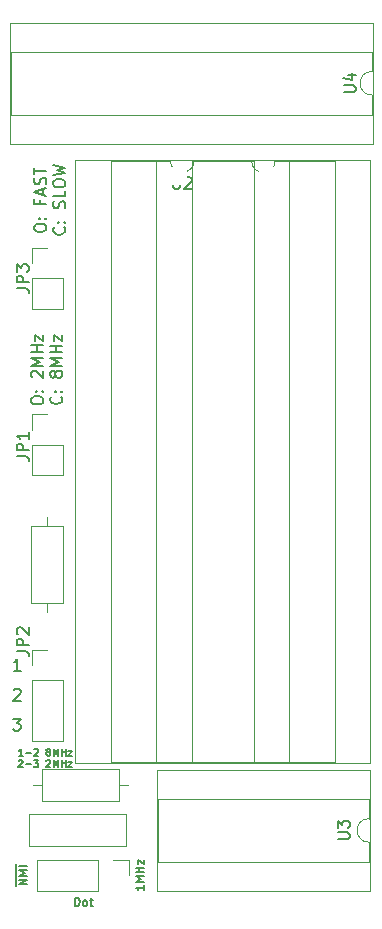
<source format=gto>
G04 #@! TF.GenerationSoftware,KiCad,Pcbnew,(6.0.11)*
G04 #@! TF.CreationDate,2024-06-07T20:39:17+02:00*
G04 #@! TF.ProjectId,z80-dot-gal,7a38302d-646f-4742-9d67-616c2e6b6963,rev?*
G04 #@! TF.SameCoordinates,Original*
G04 #@! TF.FileFunction,Legend,Top*
G04 #@! TF.FilePolarity,Positive*
%FSLAX46Y46*%
G04 Gerber Fmt 4.6, Leading zero omitted, Abs format (unit mm)*
G04 Created by KiCad (PCBNEW (6.0.11)) date 2024-06-07 20:39:17*
%MOMM*%
%LPD*%
G01*
G04 APERTURE LIST*
%ADD10C,0.150000*%
%ADD11C,0.120000*%
%ADD12C,1.600000*%
%ADD13R,1.700000X1.700000*%
%ADD14O,1.700000X1.700000*%
%ADD15R,1.600000X1.600000*%
%ADD16O,1.600000X1.600000*%
%ADD17R,2.400000X1.600000*%
%ADD18O,2.400000X1.600000*%
G04 APERTURE END LIST*
D10*
X115741380Y-78882571D02*
X115741380Y-78692095D01*
X115789000Y-78596857D01*
X115884238Y-78501619D01*
X116074714Y-78454000D01*
X116408047Y-78454000D01*
X116598523Y-78501619D01*
X116693761Y-78596857D01*
X116741380Y-78692095D01*
X116741380Y-78882571D01*
X116693761Y-78977809D01*
X116598523Y-79073047D01*
X116408047Y-79120666D01*
X116074714Y-79120666D01*
X115884238Y-79073047D01*
X115789000Y-78977809D01*
X115741380Y-78882571D01*
X116646142Y-78025428D02*
X116693761Y-77977809D01*
X116741380Y-78025428D01*
X116693761Y-78073047D01*
X116646142Y-78025428D01*
X116741380Y-78025428D01*
X116122333Y-78025428D02*
X116169952Y-77977809D01*
X116217571Y-78025428D01*
X116169952Y-78073047D01*
X116122333Y-78025428D01*
X116217571Y-78025428D01*
X116217571Y-76454000D02*
X116217571Y-76787333D01*
X116741380Y-76787333D02*
X115741380Y-76787333D01*
X115741380Y-76311142D01*
X116455666Y-75977809D02*
X116455666Y-75501619D01*
X116741380Y-76073047D02*
X115741380Y-75739714D01*
X116741380Y-75406380D01*
X116693761Y-75120666D02*
X116741380Y-74977809D01*
X116741380Y-74739714D01*
X116693761Y-74644476D01*
X116646142Y-74596857D01*
X116550904Y-74549238D01*
X116455666Y-74549238D01*
X116360428Y-74596857D01*
X116312809Y-74644476D01*
X116265190Y-74739714D01*
X116217571Y-74930190D01*
X116169952Y-75025428D01*
X116122333Y-75073047D01*
X116027095Y-75120666D01*
X115931857Y-75120666D01*
X115836619Y-75073047D01*
X115789000Y-75025428D01*
X115741380Y-74930190D01*
X115741380Y-74692095D01*
X115789000Y-74549238D01*
X115741380Y-74263523D02*
X115741380Y-73692095D01*
X116741380Y-73977809D02*
X115741380Y-73977809D01*
X118256142Y-78739714D02*
X118303761Y-78787333D01*
X118351380Y-78930190D01*
X118351380Y-79025428D01*
X118303761Y-79168285D01*
X118208523Y-79263523D01*
X118113285Y-79311142D01*
X117922809Y-79358761D01*
X117779952Y-79358761D01*
X117589476Y-79311142D01*
X117494238Y-79263523D01*
X117399000Y-79168285D01*
X117351380Y-79025428D01*
X117351380Y-78930190D01*
X117399000Y-78787333D01*
X117446619Y-78739714D01*
X118256142Y-78311142D02*
X118303761Y-78263523D01*
X118351380Y-78311142D01*
X118303761Y-78358761D01*
X118256142Y-78311142D01*
X118351380Y-78311142D01*
X117732333Y-78311142D02*
X117779952Y-78263523D01*
X117827571Y-78311142D01*
X117779952Y-78358761D01*
X117732333Y-78311142D01*
X117827571Y-78311142D01*
X118303761Y-77120666D02*
X118351380Y-76977809D01*
X118351380Y-76739714D01*
X118303761Y-76644476D01*
X118256142Y-76596857D01*
X118160904Y-76549238D01*
X118065666Y-76549238D01*
X117970428Y-76596857D01*
X117922809Y-76644476D01*
X117875190Y-76739714D01*
X117827571Y-76930190D01*
X117779952Y-77025428D01*
X117732333Y-77073047D01*
X117637095Y-77120666D01*
X117541857Y-77120666D01*
X117446619Y-77073047D01*
X117399000Y-77025428D01*
X117351380Y-76930190D01*
X117351380Y-76692095D01*
X117399000Y-76549238D01*
X118351380Y-75644476D02*
X118351380Y-76120666D01*
X117351380Y-76120666D01*
X117351380Y-75120666D02*
X117351380Y-74930190D01*
X117399000Y-74834952D01*
X117494238Y-74739714D01*
X117684714Y-74692095D01*
X118018047Y-74692095D01*
X118208523Y-74739714D01*
X118303761Y-74834952D01*
X118351380Y-74930190D01*
X118351380Y-75120666D01*
X118303761Y-75215904D01*
X118208523Y-75311142D01*
X118018047Y-75358761D01*
X117684714Y-75358761D01*
X117494238Y-75311142D01*
X117399000Y-75215904D01*
X117351380Y-75120666D01*
X117351380Y-74358761D02*
X118351380Y-74120666D01*
X117637095Y-73930190D01*
X118351380Y-73739714D01*
X117351380Y-73501619D01*
X125015666Y-134454000D02*
X125015666Y-134854000D01*
X125015666Y-134654000D02*
X124315666Y-134654000D01*
X124415666Y-134720666D01*
X124482333Y-134787333D01*
X124515666Y-134854000D01*
X125015666Y-134154000D02*
X124315666Y-134154000D01*
X124815666Y-133920666D01*
X124315666Y-133687333D01*
X125015666Y-133687333D01*
X125015666Y-133354000D02*
X124315666Y-133354000D01*
X124649000Y-133354000D02*
X124649000Y-132954000D01*
X125015666Y-132954000D02*
X124315666Y-132954000D01*
X124549000Y-132687333D02*
X124549000Y-132320666D01*
X125015666Y-132687333D01*
X125015666Y-132320666D01*
X114227000Y-134537333D02*
X114227000Y-133804000D01*
X115124666Y-134370666D02*
X114424666Y-134370666D01*
X115124666Y-133970666D01*
X114424666Y-133970666D01*
X114227000Y-133804000D02*
X114227000Y-133004000D01*
X115124666Y-133637333D02*
X114424666Y-133637333D01*
X114924666Y-133404000D01*
X114424666Y-133170666D01*
X115124666Y-133170666D01*
X114227000Y-133004000D02*
X114227000Y-132670666D01*
X115124666Y-132837333D02*
X114424666Y-132837333D01*
X115487380Y-93495476D02*
X115487380Y-93305000D01*
X115535000Y-93209761D01*
X115630238Y-93114523D01*
X115820714Y-93066904D01*
X116154047Y-93066904D01*
X116344523Y-93114523D01*
X116439761Y-93209761D01*
X116487380Y-93305000D01*
X116487380Y-93495476D01*
X116439761Y-93590714D01*
X116344523Y-93685952D01*
X116154047Y-93733571D01*
X115820714Y-93733571D01*
X115630238Y-93685952D01*
X115535000Y-93590714D01*
X115487380Y-93495476D01*
X116392142Y-92638333D02*
X116439761Y-92590714D01*
X116487380Y-92638333D01*
X116439761Y-92685952D01*
X116392142Y-92638333D01*
X116487380Y-92638333D01*
X115868333Y-92638333D02*
X115915952Y-92590714D01*
X115963571Y-92638333D01*
X115915952Y-92685952D01*
X115868333Y-92638333D01*
X115963571Y-92638333D01*
X115582619Y-91447857D02*
X115535000Y-91400238D01*
X115487380Y-91305000D01*
X115487380Y-91066904D01*
X115535000Y-90971666D01*
X115582619Y-90924047D01*
X115677857Y-90876428D01*
X115773095Y-90876428D01*
X115915952Y-90924047D01*
X116487380Y-91495476D01*
X116487380Y-90876428D01*
X116487380Y-90447857D02*
X115487380Y-90447857D01*
X116201666Y-90114523D01*
X115487380Y-89781190D01*
X116487380Y-89781190D01*
X116487380Y-89305000D02*
X115487380Y-89305000D01*
X115963571Y-89305000D02*
X115963571Y-88733571D01*
X116487380Y-88733571D02*
X115487380Y-88733571D01*
X115820714Y-88352619D02*
X115820714Y-87828809D01*
X116487380Y-88352619D01*
X116487380Y-87828809D01*
X118002142Y-93090714D02*
X118049761Y-93138333D01*
X118097380Y-93281190D01*
X118097380Y-93376428D01*
X118049761Y-93519285D01*
X117954523Y-93614523D01*
X117859285Y-93662142D01*
X117668809Y-93709761D01*
X117525952Y-93709761D01*
X117335476Y-93662142D01*
X117240238Y-93614523D01*
X117145000Y-93519285D01*
X117097380Y-93376428D01*
X117097380Y-93281190D01*
X117145000Y-93138333D01*
X117192619Y-93090714D01*
X118002142Y-92662142D02*
X118049761Y-92614523D01*
X118097380Y-92662142D01*
X118049761Y-92709761D01*
X118002142Y-92662142D01*
X118097380Y-92662142D01*
X117478333Y-92662142D02*
X117525952Y-92614523D01*
X117573571Y-92662142D01*
X117525952Y-92709761D01*
X117478333Y-92662142D01*
X117573571Y-92662142D01*
X117525952Y-91281190D02*
X117478333Y-91376428D01*
X117430714Y-91424047D01*
X117335476Y-91471666D01*
X117287857Y-91471666D01*
X117192619Y-91424047D01*
X117145000Y-91376428D01*
X117097380Y-91281190D01*
X117097380Y-91090714D01*
X117145000Y-90995476D01*
X117192619Y-90947857D01*
X117287857Y-90900238D01*
X117335476Y-90900238D01*
X117430714Y-90947857D01*
X117478333Y-90995476D01*
X117525952Y-91090714D01*
X117525952Y-91281190D01*
X117573571Y-91376428D01*
X117621190Y-91424047D01*
X117716428Y-91471666D01*
X117906904Y-91471666D01*
X118002142Y-91424047D01*
X118049761Y-91376428D01*
X118097380Y-91281190D01*
X118097380Y-91090714D01*
X118049761Y-90995476D01*
X118002142Y-90947857D01*
X117906904Y-90900238D01*
X117716428Y-90900238D01*
X117621190Y-90947857D01*
X117573571Y-90995476D01*
X117525952Y-91090714D01*
X118097380Y-90471666D02*
X117097380Y-90471666D01*
X117811666Y-90138333D01*
X117097380Y-89805000D01*
X118097380Y-89805000D01*
X118097380Y-89328809D02*
X117097380Y-89328809D01*
X117573571Y-89328809D02*
X117573571Y-88757380D01*
X118097380Y-88757380D02*
X117097380Y-88757380D01*
X117430714Y-88376428D02*
X117430714Y-87852619D01*
X118097380Y-88376428D01*
X118097380Y-87852619D01*
X114585714Y-116276380D02*
X114014285Y-116276380D01*
X114300000Y-116276380D02*
X114300000Y-115276380D01*
X114204761Y-115419238D01*
X114109523Y-115514476D01*
X114014285Y-115562095D01*
X114771357Y-123486428D02*
X114428500Y-123486428D01*
X114599928Y-123486428D02*
X114599928Y-122886428D01*
X114542785Y-122972142D01*
X114485642Y-123029285D01*
X114428500Y-123057857D01*
X115028500Y-123257857D02*
X115485642Y-123257857D01*
X115742785Y-122943571D02*
X115771357Y-122915000D01*
X115828500Y-122886428D01*
X115971357Y-122886428D01*
X116028500Y-122915000D01*
X116057071Y-122943571D01*
X116085642Y-123000714D01*
X116085642Y-123057857D01*
X116057071Y-123143571D01*
X115714214Y-123486428D01*
X116085642Y-123486428D01*
X116885642Y-123143571D02*
X116828500Y-123115000D01*
X116799928Y-123086428D01*
X116771357Y-123029285D01*
X116771357Y-123000714D01*
X116799928Y-122943571D01*
X116828500Y-122915000D01*
X116885642Y-122886428D01*
X116999928Y-122886428D01*
X117057071Y-122915000D01*
X117085642Y-122943571D01*
X117114214Y-123000714D01*
X117114214Y-123029285D01*
X117085642Y-123086428D01*
X117057071Y-123115000D01*
X116999928Y-123143571D01*
X116885642Y-123143571D01*
X116828500Y-123172142D01*
X116799928Y-123200714D01*
X116771357Y-123257857D01*
X116771357Y-123372142D01*
X116799928Y-123429285D01*
X116828500Y-123457857D01*
X116885642Y-123486428D01*
X116999928Y-123486428D01*
X117057071Y-123457857D01*
X117085642Y-123429285D01*
X117114214Y-123372142D01*
X117114214Y-123257857D01*
X117085642Y-123200714D01*
X117057071Y-123172142D01*
X116999928Y-123143571D01*
X117371357Y-123486428D02*
X117371357Y-122886428D01*
X117571357Y-123315000D01*
X117771357Y-122886428D01*
X117771357Y-123486428D01*
X118057071Y-123486428D02*
X118057071Y-122886428D01*
X118057071Y-123172142D02*
X118399928Y-123172142D01*
X118399928Y-123486428D02*
X118399928Y-122886428D01*
X118628500Y-123086428D02*
X118942785Y-123086428D01*
X118628500Y-123486428D01*
X118942785Y-123486428D01*
X114428500Y-123909571D02*
X114457071Y-123881000D01*
X114514214Y-123852428D01*
X114657071Y-123852428D01*
X114714214Y-123881000D01*
X114742785Y-123909571D01*
X114771357Y-123966714D01*
X114771357Y-124023857D01*
X114742785Y-124109571D01*
X114399928Y-124452428D01*
X114771357Y-124452428D01*
X115028500Y-124223857D02*
X115485642Y-124223857D01*
X115714214Y-123852428D02*
X116085642Y-123852428D01*
X115885642Y-124081000D01*
X115971357Y-124081000D01*
X116028500Y-124109571D01*
X116057071Y-124138142D01*
X116085642Y-124195285D01*
X116085642Y-124338142D01*
X116057071Y-124395285D01*
X116028500Y-124423857D01*
X115971357Y-124452428D01*
X115799928Y-124452428D01*
X115742785Y-124423857D01*
X115714214Y-124395285D01*
X116771357Y-123909571D02*
X116799928Y-123881000D01*
X116857071Y-123852428D01*
X116999928Y-123852428D01*
X117057071Y-123881000D01*
X117085642Y-123909571D01*
X117114214Y-123966714D01*
X117114214Y-124023857D01*
X117085642Y-124109571D01*
X116742785Y-124452428D01*
X117114214Y-124452428D01*
X117371357Y-124452428D02*
X117371357Y-123852428D01*
X117571357Y-124281000D01*
X117771357Y-123852428D01*
X117771357Y-124452428D01*
X118057071Y-124452428D02*
X118057071Y-123852428D01*
X118057071Y-124138142D02*
X118399928Y-124138142D01*
X118399928Y-124452428D02*
X118399928Y-123852428D01*
X118628500Y-124052428D02*
X118942785Y-124052428D01*
X118628500Y-124452428D01*
X118942785Y-124452428D01*
X119188000Y-136206666D02*
X119188000Y-135506666D01*
X119354666Y-135506666D01*
X119454666Y-135540000D01*
X119521333Y-135606666D01*
X119554666Y-135673333D01*
X119588000Y-135806666D01*
X119588000Y-135906666D01*
X119554666Y-136040000D01*
X119521333Y-136106666D01*
X119454666Y-136173333D01*
X119354666Y-136206666D01*
X119188000Y-136206666D01*
X119988000Y-136206666D02*
X119921333Y-136173333D01*
X119888000Y-136140000D01*
X119854666Y-136073333D01*
X119854666Y-135873333D01*
X119888000Y-135806666D01*
X119921333Y-135773333D01*
X119988000Y-135740000D01*
X120088000Y-135740000D01*
X120154666Y-135773333D01*
X120188000Y-135806666D01*
X120221333Y-135873333D01*
X120221333Y-136073333D01*
X120188000Y-136140000D01*
X120154666Y-136173333D01*
X120088000Y-136206666D01*
X119988000Y-136206666D01*
X120421333Y-135740000D02*
X120688000Y-135740000D01*
X120521333Y-135506666D02*
X120521333Y-136106666D01*
X120554666Y-136173333D01*
X120621333Y-136206666D01*
X120688000Y-136206666D01*
X114014285Y-117911619D02*
X114061904Y-117864000D01*
X114157142Y-117816380D01*
X114395238Y-117816380D01*
X114490476Y-117864000D01*
X114538095Y-117911619D01*
X114585714Y-118006857D01*
X114585714Y-118102095D01*
X114538095Y-118244952D01*
X113966666Y-118816380D01*
X114585714Y-118816380D01*
X113966666Y-120356380D02*
X114585714Y-120356380D01*
X114252380Y-120737333D01*
X114395238Y-120737333D01*
X114490476Y-120784952D01*
X114538095Y-120832571D01*
X114585714Y-120927809D01*
X114585714Y-121165904D01*
X114538095Y-121261142D01*
X114490476Y-121308761D01*
X114395238Y-121356380D01*
X114109523Y-121356380D01*
X114014285Y-121308761D01*
X113966666Y-121261142D01*
X114260380Y-83891333D02*
X114974666Y-83891333D01*
X115117523Y-83938952D01*
X115212761Y-84034190D01*
X115260380Y-84177047D01*
X115260380Y-84272285D01*
X115260380Y-83415142D02*
X114260380Y-83415142D01*
X114260380Y-83034190D01*
X114308000Y-82938952D01*
X114355619Y-82891333D01*
X114450857Y-82843714D01*
X114593714Y-82843714D01*
X114688952Y-82891333D01*
X114736571Y-82938952D01*
X114784190Y-83034190D01*
X114784190Y-83415142D01*
X114260380Y-82510380D02*
X114260380Y-81891333D01*
X114641333Y-82224666D01*
X114641333Y-82081809D01*
X114688952Y-81986571D01*
X114736571Y-81938952D01*
X114831809Y-81891333D01*
X115069904Y-81891333D01*
X115165142Y-81938952D01*
X115212761Y-81986571D01*
X115260380Y-82081809D01*
X115260380Y-82367523D01*
X115212761Y-82462761D01*
X115165142Y-82510380D01*
X114260380Y-98115333D02*
X114974666Y-98115333D01*
X115117523Y-98162952D01*
X115212761Y-98258190D01*
X115260380Y-98401047D01*
X115260380Y-98496285D01*
X115260380Y-97639142D02*
X114260380Y-97639142D01*
X114260380Y-97258190D01*
X114308000Y-97162952D01*
X114355619Y-97115333D01*
X114450857Y-97067714D01*
X114593714Y-97067714D01*
X114688952Y-97115333D01*
X114736571Y-97162952D01*
X114784190Y-97258190D01*
X114784190Y-97639142D01*
X115260380Y-96115333D02*
X115260380Y-96686761D01*
X115260380Y-96401047D02*
X114260380Y-96401047D01*
X114403238Y-96496285D01*
X114498476Y-96591523D01*
X114546095Y-96686761D01*
X141438380Y-130555904D02*
X142247904Y-130555904D01*
X142343142Y-130508285D01*
X142390761Y-130460666D01*
X142438380Y-130365428D01*
X142438380Y-130174952D01*
X142390761Y-130079714D01*
X142343142Y-130032095D01*
X142247904Y-129984476D01*
X141438380Y-129984476D01*
X141438380Y-129603523D02*
X141438380Y-128984476D01*
X141819333Y-129317809D01*
X141819333Y-129174952D01*
X141866952Y-129079714D01*
X141914571Y-129032095D01*
X142009809Y-128984476D01*
X142247904Y-128984476D01*
X142343142Y-129032095D01*
X142390761Y-129079714D01*
X142438380Y-129174952D01*
X142438380Y-129460666D01*
X142390761Y-129555904D01*
X142343142Y-129603523D01*
X114260380Y-114625333D02*
X114974666Y-114625333D01*
X115117523Y-114672952D01*
X115212761Y-114768190D01*
X115260380Y-114911047D01*
X115260380Y-115006285D01*
X115260380Y-114149142D02*
X114260380Y-114149142D01*
X114260380Y-113768190D01*
X114308000Y-113672952D01*
X114355619Y-113625333D01*
X114450857Y-113577714D01*
X114593714Y-113577714D01*
X114688952Y-113625333D01*
X114736571Y-113672952D01*
X114784190Y-113768190D01*
X114784190Y-114149142D01*
X114355619Y-113196761D02*
X114308000Y-113149142D01*
X114260380Y-113053904D01*
X114260380Y-112815809D01*
X114308000Y-112720571D01*
X114355619Y-112672952D01*
X114450857Y-112625333D01*
X114546095Y-112625333D01*
X114688952Y-112672952D01*
X115260380Y-113244380D01*
X115260380Y-112625333D01*
X141946380Y-67309904D02*
X142755904Y-67309904D01*
X142851142Y-67262285D01*
X142898761Y-67214666D01*
X142946380Y-67119428D01*
X142946380Y-66928952D01*
X142898761Y-66833714D01*
X142851142Y-66786095D01*
X142755904Y-66738476D01*
X141946380Y-66738476D01*
X142279714Y-65833714D02*
X142946380Y-65833714D01*
X141898761Y-66071809D02*
X142613047Y-66309904D01*
X142613047Y-65690857D01*
X127503095Y-74504380D02*
X127503095Y-75313904D01*
X127550714Y-75409142D01*
X127598333Y-75456761D01*
X127693571Y-75504380D01*
X127884047Y-75504380D01*
X127979285Y-75456761D01*
X128026904Y-75409142D01*
X128074523Y-75313904D01*
X128074523Y-74504380D01*
X128503095Y-74599619D02*
X128550714Y-74552000D01*
X128645952Y-74504380D01*
X128884047Y-74504380D01*
X128979285Y-74552000D01*
X129026904Y-74599619D01*
X129074523Y-74694857D01*
X129074523Y-74790095D01*
X129026904Y-74932952D01*
X128455476Y-75504380D01*
X129074523Y-75504380D01*
D11*
X123540000Y-131164000D02*
X123540000Y-128424000D01*
X115300000Y-131164000D02*
X115300000Y-128424000D01*
X123540000Y-128424000D02*
X115300000Y-128424000D01*
X123540000Y-131164000D02*
X115300000Y-131164000D01*
X115510000Y-83058000D02*
X115510000Y-85658000D01*
X115510000Y-80458000D02*
X116840000Y-80458000D01*
X115510000Y-83058000D02*
X118170000Y-83058000D01*
X115510000Y-81788000D02*
X115510000Y-80458000D01*
X115510000Y-85658000D02*
X118170000Y-85658000D01*
X118170000Y-83058000D02*
X118170000Y-85658000D01*
X115510000Y-95885000D02*
X115510000Y-94555000D01*
X115510000Y-97155000D02*
X118170000Y-97155000D01*
X115510000Y-99755000D02*
X118170000Y-99755000D01*
X115510000Y-97155000D02*
X115510000Y-99755000D01*
X115510000Y-94555000D02*
X116840000Y-94555000D01*
X118170000Y-97155000D02*
X118170000Y-99755000D01*
X144143000Y-124664000D02*
X126123000Y-124664000D01*
X144083000Y-127154000D02*
X126183000Y-127154000D01*
X126123000Y-124664000D02*
X126123000Y-134944000D01*
X126183000Y-132454000D02*
X144083000Y-132454000D01*
X126123000Y-134944000D02*
X144143000Y-134944000D01*
X144083000Y-128804000D02*
X144083000Y-127154000D01*
X144143000Y-134944000D02*
X144143000Y-124664000D01*
X126183000Y-127154000D02*
X126183000Y-132454000D01*
X144083000Y-132454000D02*
X144083000Y-130804000D01*
X144083000Y-128804000D02*
G75*
G03*
X144083000Y-130804000I0J-1000000D01*
G01*
X115510000Y-115839000D02*
X115510000Y-114509000D01*
X115510000Y-114509000D02*
X116840000Y-114509000D01*
X115510000Y-117109000D02*
X115510000Y-122249000D01*
X118170000Y-117109000D02*
X118170000Y-122249000D01*
X115510000Y-117109000D02*
X118170000Y-117109000D01*
X115510000Y-122249000D02*
X118170000Y-122249000D01*
X122413000Y-132274000D02*
X123743000Y-132274000D01*
X123743000Y-132274000D02*
X123743000Y-133604000D01*
X121143000Y-134934000D02*
X116003000Y-134934000D01*
X121143000Y-132274000D02*
X116003000Y-132274000D01*
X116003000Y-132274000D02*
X116003000Y-134934000D01*
X121143000Y-132274000D02*
X121143000Y-134934000D01*
X141188000Y-73092000D02*
X136128000Y-73092000D01*
X126068000Y-73032000D02*
X126068000Y-124072000D01*
X129068000Y-73092000D02*
X129068000Y-124012000D01*
X126068000Y-124072000D02*
X144188000Y-124072000D01*
X144188000Y-124072000D02*
X144188000Y-73032000D01*
X141188000Y-124012000D02*
X141188000Y-73092000D01*
X144188000Y-73032000D02*
X126068000Y-73032000D01*
X129068000Y-124012000D02*
X141188000Y-124012000D01*
X134128000Y-73092000D02*
X129068000Y-73092000D01*
X134128000Y-73092000D02*
G75*
G03*
X136128000Y-73092000I1000000J0D01*
G01*
X144332000Y-65548000D02*
G75*
G03*
X144332000Y-67548000I0J-1000000D01*
G01*
X113672000Y-71688000D02*
X144392000Y-71688000D01*
X144332000Y-69198000D02*
X144332000Y-67548000D01*
X113732000Y-69198000D02*
X144332000Y-69198000D01*
X144332000Y-65548000D02*
X144332000Y-63898000D01*
X144332000Y-63898000D02*
X113732000Y-63898000D01*
X144392000Y-61408000D02*
X113672000Y-61408000D01*
X113732000Y-63898000D02*
X113732000Y-69198000D01*
X113672000Y-61408000D02*
X113672000Y-71688000D01*
X144392000Y-71688000D02*
X144392000Y-61408000D01*
X119205000Y-73032000D02*
X119205000Y-124072000D01*
X127265000Y-73092000D02*
X122205000Y-73092000D01*
X134325000Y-73092000D02*
X129265000Y-73092000D01*
X134325000Y-124012000D02*
X134325000Y-73092000D01*
X122205000Y-124012000D02*
X134325000Y-124012000D01*
X137325000Y-124072000D02*
X137325000Y-73032000D01*
X119205000Y-124072000D02*
X137325000Y-124072000D01*
X137325000Y-73032000D02*
X119205000Y-73032000D01*
X122205000Y-73092000D02*
X122205000Y-124012000D01*
X127265000Y-73092000D02*
G75*
G03*
X129265000Y-73092000I1000000J0D01*
G01*
X122904000Y-124614000D02*
X116364000Y-124614000D01*
X123674000Y-125984000D02*
X122904000Y-125984000D01*
X116364000Y-124614000D02*
X116364000Y-127354000D01*
X115594000Y-125984000D02*
X116364000Y-125984000D01*
X122904000Y-127354000D02*
X122904000Y-124614000D01*
X116364000Y-127354000D02*
X122904000Y-127354000D01*
X115470000Y-110585000D02*
X118210000Y-110585000D01*
X118210000Y-110585000D02*
X118210000Y-104045000D01*
X118210000Y-104045000D02*
X115470000Y-104045000D01*
X116840000Y-103275000D02*
X116840000Y-104045000D01*
X116840000Y-111355000D02*
X116840000Y-110585000D01*
X115470000Y-104045000D02*
X115470000Y-110585000D01*
%LPC*%
D12*
X121920000Y-129794000D03*
X116920000Y-129794000D03*
D13*
X116840000Y-81788000D03*
D14*
X116840000Y-84328000D03*
X116840000Y-98425000D03*
D13*
X116840000Y-95885000D03*
D15*
X142753000Y-125994000D03*
D16*
X140213000Y-125994000D03*
X137673000Y-125994000D03*
X135133000Y-125994000D03*
X132593000Y-125994000D03*
X130053000Y-125994000D03*
X127513000Y-125994000D03*
X127513000Y-133614000D03*
X130053000Y-133614000D03*
X132593000Y-133614000D03*
X135133000Y-133614000D03*
X137673000Y-133614000D03*
X140213000Y-133614000D03*
X142753000Y-133614000D03*
D13*
X116840000Y-115839000D03*
D14*
X116840000Y-118379000D03*
X116840000Y-120919000D03*
X117333000Y-133604000D03*
X119873000Y-133604000D03*
D13*
X122413000Y-133604000D03*
D17*
X127508000Y-74422000D03*
D18*
X127508000Y-76962000D03*
X127508000Y-79502000D03*
X127508000Y-82042000D03*
X127508000Y-84582000D03*
X127508000Y-87122000D03*
X127508000Y-89662000D03*
X127508000Y-92202000D03*
X127508000Y-94742000D03*
X127508000Y-97282000D03*
X127508000Y-99822000D03*
X127508000Y-102362000D03*
X127508000Y-104902000D03*
X127508000Y-107442000D03*
X127508000Y-109982000D03*
X127508000Y-112522000D03*
X127508000Y-115062000D03*
X127508000Y-117602000D03*
X127508000Y-120142000D03*
X127508000Y-122682000D03*
X142748000Y-122682000D03*
X142748000Y-120142000D03*
X142748000Y-117602000D03*
X142748000Y-115062000D03*
X142748000Y-112522000D03*
X142748000Y-109982000D03*
X142748000Y-107442000D03*
X142748000Y-104902000D03*
X142748000Y-102362000D03*
X142748000Y-99822000D03*
X142748000Y-97282000D03*
X142748000Y-94742000D03*
X142748000Y-92202000D03*
X142748000Y-89662000D03*
X142748000Y-87122000D03*
X142748000Y-84582000D03*
X142748000Y-82042000D03*
X142748000Y-79502000D03*
X142748000Y-76962000D03*
X142748000Y-74422000D03*
D16*
X143002000Y-70358000D03*
X140462000Y-70358000D03*
X137922000Y-70358000D03*
X135382000Y-70358000D03*
X132842000Y-70358000D03*
X130302000Y-70358000D03*
X127762000Y-70358000D03*
X125222000Y-70358000D03*
X122682000Y-70358000D03*
X120142000Y-70358000D03*
X117602000Y-70358000D03*
X115062000Y-70358000D03*
X115062000Y-62738000D03*
X117602000Y-62738000D03*
X120142000Y-62738000D03*
X122682000Y-62738000D03*
X125222000Y-62738000D03*
X127762000Y-62738000D03*
X130302000Y-62738000D03*
X132842000Y-62738000D03*
X135382000Y-62738000D03*
X137922000Y-62738000D03*
X140462000Y-62738000D03*
D15*
X143002000Y-62738000D03*
D17*
X120645000Y-74422000D03*
D18*
X120645000Y-76962000D03*
X120645000Y-79502000D03*
X120645000Y-82042000D03*
X120645000Y-84582000D03*
X120645000Y-87122000D03*
X120645000Y-89662000D03*
X120645000Y-92202000D03*
X120645000Y-94742000D03*
X120645000Y-97282000D03*
X120645000Y-99822000D03*
X120645000Y-102362000D03*
X120645000Y-104902000D03*
X120645000Y-107442000D03*
X120645000Y-109982000D03*
X120645000Y-112522000D03*
X120645000Y-115062000D03*
X120645000Y-117602000D03*
X120645000Y-120142000D03*
X120645000Y-122682000D03*
X135885000Y-122682000D03*
X135885000Y-120142000D03*
X135885000Y-117602000D03*
X135885000Y-115062000D03*
X135885000Y-112522000D03*
X135885000Y-109982000D03*
X135885000Y-107442000D03*
X135885000Y-104902000D03*
X135885000Y-102362000D03*
X135885000Y-99822000D03*
X135885000Y-97282000D03*
X135885000Y-94742000D03*
X135885000Y-92202000D03*
X135885000Y-89662000D03*
X135885000Y-87122000D03*
X135885000Y-84582000D03*
X135885000Y-82042000D03*
X135885000Y-79502000D03*
X135885000Y-76962000D03*
X135885000Y-74422000D03*
D12*
X124714000Y-125984000D03*
D16*
X114554000Y-125984000D03*
D12*
X116840000Y-102235000D03*
D16*
X116840000Y-112395000D03*
M02*

</source>
